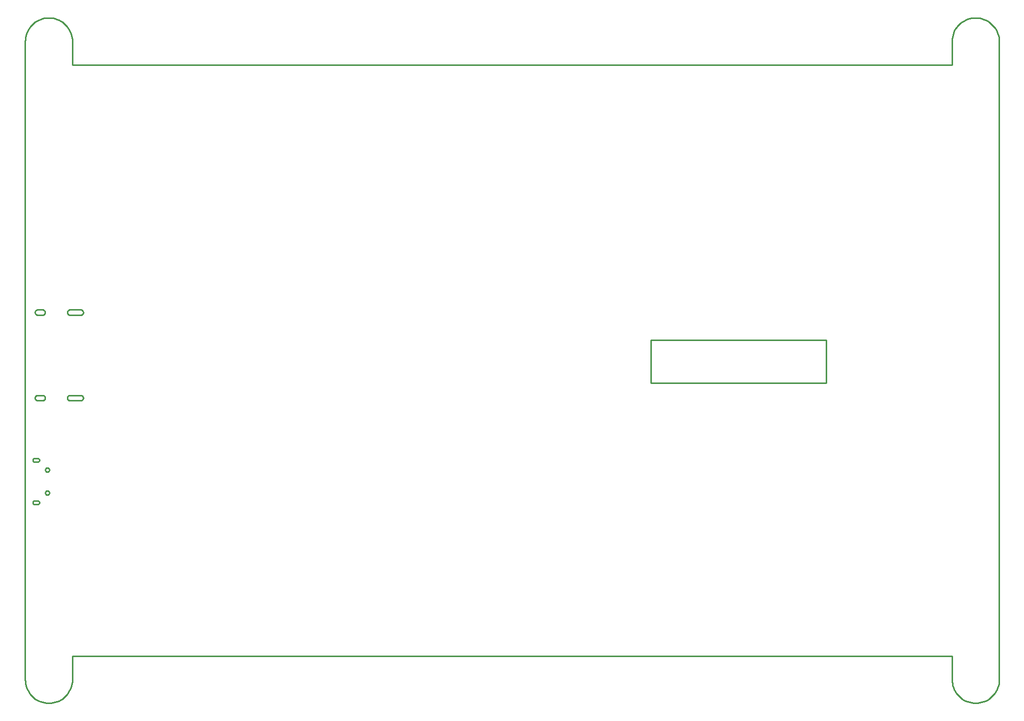
<source format=gbr>
G04 EAGLE Gerber RS-274X export*
G75*
%MOMM*%
%FSLAX34Y34*%
%LPD*%
%IN*%
%IPPOS*%
%AMOC8*
5,1,8,0,0,1.08239X$1,22.5*%
G01*
%ADD10C,0.254000*%


D10*
X-8Y40010D02*
X144Y36524D01*
X600Y33064D01*
X1355Y29657D01*
X2404Y26329D01*
X3740Y23105D01*
X5351Y20010D01*
X7226Y17067D01*
X9350Y14299D01*
X11708Y11726D01*
X14281Y9368D01*
X17049Y7244D01*
X19992Y5369D01*
X23087Y3758D01*
X26311Y2422D01*
X29639Y1373D01*
X33046Y618D01*
X36506Y162D01*
X39992Y10D01*
X43478Y162D01*
X46938Y618D01*
X50345Y1373D01*
X53673Y2422D01*
X56897Y3758D01*
X59992Y5369D01*
X62935Y7244D01*
X65704Y9368D01*
X68276Y11726D01*
X70634Y14299D01*
X72758Y17067D01*
X74633Y20010D01*
X76244Y23105D01*
X77580Y26329D01*
X78629Y29657D01*
X79384Y33064D01*
X79840Y36524D01*
X79992Y40010D01*
X79992Y80010D01*
X1570992Y80010D01*
X1570992Y40010D01*
X1571144Y36524D01*
X1571600Y33064D01*
X1572355Y29657D01*
X1573404Y26329D01*
X1574740Y23105D01*
X1576351Y20010D01*
X1578226Y17067D01*
X1580350Y14299D01*
X1582708Y11726D01*
X1585281Y9368D01*
X1588049Y7244D01*
X1590992Y5369D01*
X1594087Y3758D01*
X1597311Y2422D01*
X1600639Y1373D01*
X1604046Y618D01*
X1607506Y162D01*
X1610992Y10D01*
X1614478Y162D01*
X1617938Y618D01*
X1621345Y1373D01*
X1624673Y2422D01*
X1627897Y3758D01*
X1630992Y5369D01*
X1633935Y7244D01*
X1636704Y9368D01*
X1639276Y11726D01*
X1641634Y14299D01*
X1643758Y17067D01*
X1645633Y20010D01*
X1647244Y23105D01*
X1648580Y26329D01*
X1649629Y29657D01*
X1650384Y33064D01*
X1650840Y36524D01*
X1650992Y40010D01*
X1650992Y1122010D01*
X1650840Y1125496D01*
X1650384Y1128956D01*
X1649629Y1132363D01*
X1648580Y1135691D01*
X1647244Y1138915D01*
X1645633Y1142010D01*
X1643758Y1144953D01*
X1641634Y1147722D01*
X1639276Y1150294D01*
X1636704Y1152652D01*
X1633935Y1154776D01*
X1630992Y1156651D01*
X1627897Y1158262D01*
X1624673Y1159598D01*
X1621345Y1160647D01*
X1617938Y1161402D01*
X1614478Y1161858D01*
X1610992Y1162010D01*
X1607547Y1161903D01*
X1604125Y1161497D01*
X1600752Y1160793D01*
X1597452Y1159799D01*
X1594252Y1158520D01*
X1591175Y1156968D01*
X1588245Y1155153D01*
X1585485Y1153090D01*
X1582915Y1150794D01*
X1580555Y1148283D01*
X1578422Y1145576D01*
X1576534Y1142693D01*
X1574904Y1139657D01*
X1573545Y1136490D01*
X1572467Y1133216D01*
X1571679Y1129862D01*
X1571186Y1126451D01*
X1570992Y1123010D01*
X1570992Y1082010D01*
X79992Y1082010D01*
X79992Y1122010D01*
X79840Y1125496D01*
X79384Y1128956D01*
X78629Y1132363D01*
X77580Y1135691D01*
X76244Y1138915D01*
X74633Y1142010D01*
X72758Y1144953D01*
X70634Y1147722D01*
X68276Y1150294D01*
X65704Y1152652D01*
X62935Y1154776D01*
X59992Y1156651D01*
X56897Y1158262D01*
X53673Y1159598D01*
X50345Y1160647D01*
X46938Y1161402D01*
X43478Y1161858D01*
X39992Y1162010D01*
X36506Y1161858D01*
X33046Y1161402D01*
X29639Y1160647D01*
X26311Y1159598D01*
X23087Y1158262D01*
X19992Y1156651D01*
X17049Y1154776D01*
X14281Y1152652D01*
X11708Y1150294D01*
X9350Y1147722D01*
X7226Y1144953D01*
X5351Y1142010D01*
X3740Y1138915D01*
X2404Y1135691D01*
X1355Y1132363D01*
X600Y1128956D01*
X144Y1125496D01*
X-8Y1122010D01*
X-8Y40010D01*
X12992Y340010D02*
X12981Y339769D01*
X12990Y339529D01*
X13021Y339290D01*
X13072Y339054D01*
X13144Y338824D01*
X13235Y338602D01*
X13346Y338387D01*
X13475Y338184D01*
X13621Y337992D01*
X13783Y337814D01*
X13960Y337651D01*
X14151Y337503D01*
X14353Y337373D01*
X14567Y337261D01*
X14789Y337168D01*
X15018Y337095D01*
X15253Y337042D01*
X15492Y337010D01*
X21492Y337010D01*
X21731Y337042D01*
X21966Y337095D01*
X22195Y337168D01*
X22417Y337261D01*
X22631Y337373D01*
X22834Y337503D01*
X23024Y337651D01*
X23201Y337814D01*
X23363Y337992D01*
X23509Y338184D01*
X23638Y338387D01*
X23749Y338602D01*
X23840Y338824D01*
X23912Y339054D01*
X23963Y339290D01*
X23994Y339529D01*
X24003Y339769D01*
X23992Y340010D01*
X24003Y340251D01*
X23994Y340491D01*
X23963Y340730D01*
X23912Y340966D01*
X23840Y341196D01*
X23749Y341419D01*
X23638Y341633D01*
X23509Y341836D01*
X23363Y342028D01*
X23201Y342206D01*
X23024Y342369D01*
X22834Y342517D01*
X22631Y342647D01*
X22417Y342759D01*
X22195Y342852D01*
X21966Y342925D01*
X21731Y342978D01*
X21492Y343010D01*
X15492Y343010D01*
X15253Y342978D01*
X15018Y342925D01*
X14789Y342852D01*
X14567Y342759D01*
X14353Y342647D01*
X14151Y342517D01*
X13960Y342369D01*
X13783Y342206D01*
X13621Y342028D01*
X13475Y341836D01*
X13346Y341633D01*
X13235Y341419D01*
X13144Y341196D01*
X13072Y340966D01*
X13021Y340730D01*
X12990Y340491D01*
X12981Y340251D01*
X12992Y340010D01*
X12992Y412010D02*
X12981Y411769D01*
X12990Y411529D01*
X13021Y411290D01*
X13072Y411054D01*
X13144Y410824D01*
X13235Y410602D01*
X13346Y410387D01*
X13475Y410184D01*
X13621Y409992D01*
X13783Y409814D01*
X13960Y409651D01*
X14151Y409503D01*
X14353Y409373D01*
X14567Y409261D01*
X14789Y409168D01*
X15018Y409095D01*
X15253Y409042D01*
X15492Y409010D01*
X21492Y409010D01*
X21731Y409042D01*
X21966Y409095D01*
X22195Y409168D01*
X22417Y409261D01*
X22631Y409373D01*
X22834Y409503D01*
X23024Y409651D01*
X23201Y409814D01*
X23363Y409992D01*
X23509Y410184D01*
X23638Y410387D01*
X23749Y410602D01*
X23840Y410824D01*
X23912Y411054D01*
X23963Y411290D01*
X23994Y411529D01*
X24003Y411769D01*
X23992Y412010D01*
X24003Y412251D01*
X23994Y412491D01*
X23963Y412730D01*
X23912Y412966D01*
X23840Y413196D01*
X23749Y413419D01*
X23638Y413633D01*
X23509Y413836D01*
X23363Y414028D01*
X23201Y414206D01*
X23024Y414369D01*
X22834Y414517D01*
X22631Y414647D01*
X22417Y414759D01*
X22195Y414852D01*
X21966Y414925D01*
X21731Y414978D01*
X21492Y415010D01*
X15492Y415010D01*
X15253Y414978D01*
X15018Y414925D01*
X14789Y414852D01*
X14567Y414759D01*
X14353Y414647D01*
X14151Y414517D01*
X13960Y414369D01*
X13783Y414206D01*
X13621Y414028D01*
X13475Y413836D01*
X13346Y413633D01*
X13235Y413419D01*
X13144Y413196D01*
X13072Y412966D01*
X13021Y412730D01*
X12990Y412491D01*
X12981Y412251D01*
X12992Y412010D01*
X16792Y517510D02*
X16809Y517118D01*
X16860Y516729D01*
X16945Y516345D01*
X17063Y515971D01*
X17214Y515608D01*
X17395Y515260D01*
X17606Y514929D01*
X17845Y514617D01*
X18110Y514328D01*
X18399Y514063D01*
X18711Y513824D01*
X19042Y513613D01*
X19390Y513432D01*
X19753Y513281D01*
X20127Y513163D01*
X20511Y513078D01*
X20900Y513027D01*
X21292Y513010D01*
X29292Y513010D01*
X29684Y513027D01*
X30073Y513078D01*
X30457Y513163D01*
X30831Y513281D01*
X31194Y513432D01*
X31542Y513613D01*
X31873Y513824D01*
X32185Y514063D01*
X32474Y514328D01*
X32739Y514617D01*
X32978Y514929D01*
X33189Y515260D01*
X33370Y515608D01*
X33521Y515971D01*
X33639Y516345D01*
X33724Y516729D01*
X33775Y517118D01*
X33792Y517510D01*
X33775Y517902D01*
X33724Y518291D01*
X33639Y518675D01*
X33521Y519049D01*
X33370Y519412D01*
X33189Y519760D01*
X32978Y520091D01*
X32739Y520403D01*
X32474Y520692D01*
X32185Y520957D01*
X31873Y521196D01*
X31542Y521407D01*
X31194Y521588D01*
X30831Y521739D01*
X30457Y521857D01*
X30073Y521942D01*
X29684Y521993D01*
X29292Y522010D01*
X21292Y522010D01*
X20900Y521993D01*
X20511Y521942D01*
X20127Y521857D01*
X19753Y521739D01*
X19390Y521588D01*
X19042Y521407D01*
X18711Y521196D01*
X18399Y520957D01*
X18110Y520692D01*
X17845Y520403D01*
X17606Y520091D01*
X17395Y519760D01*
X17214Y519412D01*
X17063Y519049D01*
X16945Y518675D01*
X16860Y518291D01*
X16809Y517902D01*
X16792Y517510D01*
X71492Y517510D02*
X71509Y517118D01*
X71560Y516729D01*
X71645Y516345D01*
X71763Y515971D01*
X71914Y515608D01*
X72095Y515260D01*
X72306Y514929D01*
X72545Y514617D01*
X72810Y514328D01*
X73099Y514063D01*
X73411Y513824D01*
X73742Y513613D01*
X74090Y513432D01*
X74453Y513281D01*
X74827Y513163D01*
X75211Y513078D01*
X75600Y513027D01*
X75992Y513010D01*
X93992Y513010D01*
X94384Y513027D01*
X94773Y513078D01*
X95157Y513163D01*
X95531Y513281D01*
X95894Y513432D01*
X96242Y513613D01*
X96573Y513824D01*
X96885Y514063D01*
X97174Y514328D01*
X97439Y514617D01*
X97678Y514929D01*
X97889Y515260D01*
X98070Y515608D01*
X98221Y515971D01*
X98339Y516345D01*
X98424Y516729D01*
X98475Y517118D01*
X98492Y517510D01*
X98475Y517902D01*
X98424Y518291D01*
X98339Y518675D01*
X98221Y519049D01*
X98070Y519412D01*
X97889Y519760D01*
X97678Y520091D01*
X97439Y520403D01*
X97174Y520692D01*
X96885Y520957D01*
X96573Y521196D01*
X96242Y521407D01*
X95894Y521588D01*
X95531Y521739D01*
X95157Y521857D01*
X94773Y521942D01*
X94384Y521993D01*
X93992Y522010D01*
X75992Y522010D01*
X75600Y521993D01*
X75211Y521942D01*
X74827Y521857D01*
X74453Y521739D01*
X74090Y521588D01*
X73742Y521407D01*
X73411Y521196D01*
X73099Y520957D01*
X72810Y520692D01*
X72545Y520403D01*
X72306Y520091D01*
X72095Y519760D01*
X71914Y519412D01*
X71763Y519049D01*
X71645Y518675D01*
X71560Y518291D01*
X71509Y517902D01*
X71492Y517510D01*
X16792Y662510D02*
X16809Y662118D01*
X16860Y661729D01*
X16945Y661345D01*
X17063Y660971D01*
X17214Y660608D01*
X17395Y660260D01*
X17606Y659929D01*
X17845Y659617D01*
X18110Y659328D01*
X18399Y659063D01*
X18711Y658824D01*
X19042Y658613D01*
X19390Y658432D01*
X19753Y658281D01*
X20127Y658163D01*
X20511Y658078D01*
X20900Y658027D01*
X21292Y658010D01*
X29292Y658010D01*
X29684Y658027D01*
X30073Y658078D01*
X30457Y658163D01*
X30831Y658281D01*
X31194Y658432D01*
X31542Y658613D01*
X31873Y658824D01*
X32185Y659063D01*
X32474Y659328D01*
X32739Y659617D01*
X32978Y659929D01*
X33189Y660260D01*
X33370Y660608D01*
X33521Y660971D01*
X33639Y661345D01*
X33724Y661729D01*
X33775Y662118D01*
X33792Y662510D01*
X33775Y662902D01*
X33724Y663291D01*
X33639Y663675D01*
X33521Y664049D01*
X33370Y664412D01*
X33189Y664760D01*
X32978Y665091D01*
X32739Y665403D01*
X32474Y665692D01*
X32185Y665957D01*
X31873Y666196D01*
X31542Y666407D01*
X31194Y666588D01*
X30831Y666739D01*
X30457Y666857D01*
X30073Y666942D01*
X29684Y666993D01*
X29292Y667010D01*
X21292Y667010D01*
X20900Y666993D01*
X20511Y666942D01*
X20127Y666857D01*
X19753Y666739D01*
X19390Y666588D01*
X19042Y666407D01*
X18711Y666196D01*
X18399Y665957D01*
X18110Y665692D01*
X17845Y665403D01*
X17606Y665091D01*
X17395Y664760D01*
X17214Y664412D01*
X17063Y664049D01*
X16945Y663675D01*
X16860Y663291D01*
X16809Y662902D01*
X16792Y662510D01*
X71492Y662510D02*
X71509Y662118D01*
X71560Y661729D01*
X71645Y661345D01*
X71763Y660971D01*
X71914Y660608D01*
X72095Y660260D01*
X72306Y659929D01*
X72545Y659617D01*
X72810Y659328D01*
X73099Y659063D01*
X73411Y658824D01*
X73742Y658613D01*
X74090Y658432D01*
X74453Y658281D01*
X74827Y658163D01*
X75211Y658078D01*
X75600Y658027D01*
X75992Y658010D01*
X93992Y658010D01*
X94384Y658027D01*
X94773Y658078D01*
X95157Y658163D01*
X95531Y658281D01*
X95894Y658432D01*
X96242Y658613D01*
X96573Y658824D01*
X96885Y659063D01*
X97174Y659328D01*
X97439Y659617D01*
X97678Y659929D01*
X97889Y660260D01*
X98070Y660608D01*
X98221Y660971D01*
X98339Y661345D01*
X98424Y661729D01*
X98475Y662118D01*
X98492Y662510D01*
X98475Y662902D01*
X98424Y663291D01*
X98339Y663675D01*
X98221Y664049D01*
X98070Y664412D01*
X97889Y664760D01*
X97678Y665091D01*
X97439Y665403D01*
X97174Y665692D01*
X96885Y665957D01*
X96573Y666196D01*
X96242Y666407D01*
X95894Y666588D01*
X95531Y666739D01*
X95157Y666857D01*
X94773Y666942D01*
X94384Y666993D01*
X93992Y667010D01*
X75992Y667010D01*
X75600Y666993D01*
X75211Y666942D01*
X74827Y666857D01*
X74453Y666739D01*
X74090Y666588D01*
X73742Y666407D01*
X73411Y666196D01*
X73099Y665957D01*
X72810Y665692D01*
X72545Y665403D01*
X72306Y665091D01*
X72095Y664760D01*
X71914Y664412D01*
X71763Y664049D01*
X71645Y663675D01*
X71560Y663291D01*
X71509Y662902D01*
X71492Y662510D01*
X1060522Y542450D02*
X1357702Y542450D01*
X1357702Y615530D01*
X1060522Y615530D01*
X1060522Y542450D01*
X37263Y392010D02*
X36808Y392070D01*
X36365Y392189D01*
X35941Y392364D01*
X35543Y392594D01*
X35179Y392873D01*
X34855Y393197D01*
X34576Y393561D01*
X34346Y393959D01*
X34171Y394383D01*
X34052Y394826D01*
X33992Y395281D01*
X33992Y395739D01*
X34052Y396194D01*
X34171Y396637D01*
X34346Y397061D01*
X34576Y397459D01*
X34855Y397823D01*
X35179Y398147D01*
X35543Y398426D01*
X35941Y398656D01*
X36365Y398831D01*
X36808Y398950D01*
X37263Y399010D01*
X37721Y399010D01*
X38176Y398950D01*
X38619Y398831D01*
X39043Y398656D01*
X39441Y398426D01*
X39805Y398147D01*
X40129Y397823D01*
X40408Y397459D01*
X40638Y397061D01*
X40813Y396637D01*
X40932Y396194D01*
X40992Y395739D01*
X40992Y395281D01*
X40932Y394826D01*
X40813Y394383D01*
X40638Y393959D01*
X40408Y393561D01*
X40129Y393197D01*
X39805Y392873D01*
X39441Y392594D01*
X39043Y392364D01*
X38619Y392189D01*
X38176Y392070D01*
X37721Y392010D01*
X37263Y392010D01*
X37263Y353010D02*
X36808Y353070D01*
X36365Y353189D01*
X35941Y353364D01*
X35543Y353594D01*
X35179Y353873D01*
X34855Y354197D01*
X34576Y354561D01*
X34346Y354959D01*
X34171Y355383D01*
X34052Y355826D01*
X33992Y356281D01*
X33992Y356739D01*
X34052Y357194D01*
X34171Y357637D01*
X34346Y358061D01*
X34576Y358459D01*
X34855Y358823D01*
X35179Y359147D01*
X35543Y359426D01*
X35941Y359656D01*
X36365Y359831D01*
X36808Y359950D01*
X37263Y360010D01*
X37721Y360010D01*
X38176Y359950D01*
X38619Y359831D01*
X39043Y359656D01*
X39441Y359426D01*
X39805Y359147D01*
X40129Y358823D01*
X40408Y358459D01*
X40638Y358061D01*
X40813Y357637D01*
X40932Y357194D01*
X40992Y356739D01*
X40992Y356281D01*
X40932Y355826D01*
X40813Y355383D01*
X40638Y354959D01*
X40408Y354561D01*
X40129Y354197D01*
X39805Y353873D01*
X39441Y353594D01*
X39043Y353364D01*
X38619Y353189D01*
X38176Y353070D01*
X37721Y353010D01*
X37263Y353010D01*
M02*

</source>
